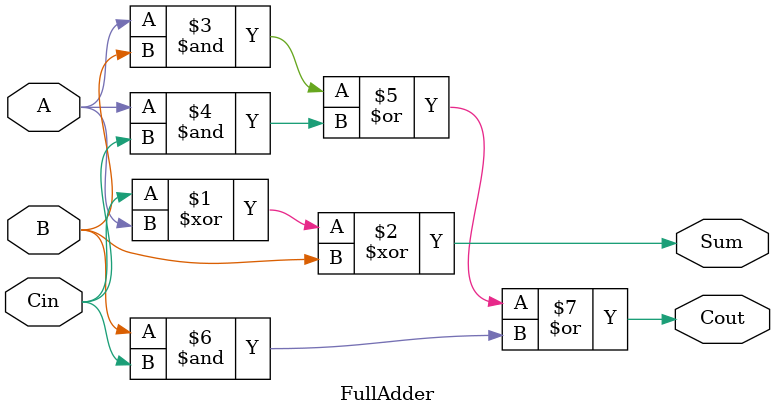
<source format=v>
module FullAdder(input wire Cin, input wire A, input wire B, output Sum, output Cout);

assign Sum = Cin ^ A ^ B;
assign Cout = A&B | A&Cin | B&Cin;

endmodule
</source>
